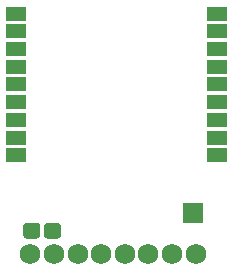
<source format=gbs>
%TF.GenerationSoftware,KiCad,Pcbnew,(5.1.5)-3*%
%TF.CreationDate,2020-01-27T22:23:04+01:00*%
%TF.ProjectId,HM-LC-Sw1-Pl-DN-R1_OBII,484d2d4c-432d-4537-9731-2d506c2d444e,rev?*%
%TF.SameCoordinates,Original*%
%TF.FileFunction,Soldermask,Bot*%
%TF.FilePolarity,Negative*%
%FSLAX46Y46*%
G04 Gerber Fmt 4.6, Leading zero omitted, Abs format (unit mm)*
G04 Created by KiCad (PCBNEW (5.1.5)-3) date 2020-01-27 22:23:04*
%MOMM*%
%LPD*%
G04 APERTURE LIST*
%ADD10R,1.750000X1.750000*%
%ADD11C,1.750000*%
%ADD12C,0.150000*%
%ADD13R,1.700000X1.300000*%
G04 APERTURE END LIST*
D10*
X155500000Y-97750000D03*
D11*
X155700000Y-101250000D03*
X141700000Y-101250000D03*
X143700000Y-101250000D03*
X145700000Y-101250000D03*
X147700000Y-101250000D03*
X149700000Y-101250000D03*
X151700000Y-101250000D03*
X153700000Y-101250000D03*
D12*
G36*
X142245581Y-98576625D02*
G01*
X142278343Y-98581485D01*
X142310471Y-98589533D01*
X142341656Y-98600691D01*
X142371596Y-98614852D01*
X142400005Y-98631879D01*
X142426608Y-98651609D01*
X142451149Y-98673851D01*
X142473391Y-98698392D01*
X142493121Y-98724995D01*
X142510148Y-98753404D01*
X142524309Y-98783344D01*
X142535467Y-98814529D01*
X142543515Y-98846657D01*
X142548375Y-98879419D01*
X142550000Y-98912500D01*
X142550000Y-99587500D01*
X142548375Y-99620581D01*
X142543515Y-99653343D01*
X142535467Y-99685471D01*
X142524309Y-99716656D01*
X142510148Y-99746596D01*
X142493121Y-99775005D01*
X142473391Y-99801608D01*
X142451149Y-99826149D01*
X142426608Y-99848391D01*
X142400005Y-99868121D01*
X142371596Y-99885148D01*
X142341656Y-99899309D01*
X142310471Y-99910467D01*
X142278343Y-99918515D01*
X142245581Y-99923375D01*
X142212500Y-99925000D01*
X141437500Y-99925000D01*
X141404419Y-99923375D01*
X141371657Y-99918515D01*
X141339529Y-99910467D01*
X141308344Y-99899309D01*
X141278404Y-99885148D01*
X141249995Y-99868121D01*
X141223392Y-99848391D01*
X141198851Y-99826149D01*
X141176609Y-99801608D01*
X141156879Y-99775005D01*
X141139852Y-99746596D01*
X141125691Y-99716656D01*
X141114533Y-99685471D01*
X141106485Y-99653343D01*
X141101625Y-99620581D01*
X141100000Y-99587500D01*
X141100000Y-98912500D01*
X141101625Y-98879419D01*
X141106485Y-98846657D01*
X141114533Y-98814529D01*
X141125691Y-98783344D01*
X141139852Y-98753404D01*
X141156879Y-98724995D01*
X141176609Y-98698392D01*
X141198851Y-98673851D01*
X141223392Y-98651609D01*
X141249995Y-98631879D01*
X141278404Y-98614852D01*
X141308344Y-98600691D01*
X141339529Y-98589533D01*
X141371657Y-98581485D01*
X141404419Y-98576625D01*
X141437500Y-98575000D01*
X142212500Y-98575000D01*
X142245581Y-98576625D01*
G37*
G36*
X143995581Y-98576625D02*
G01*
X144028343Y-98581485D01*
X144060471Y-98589533D01*
X144091656Y-98600691D01*
X144121596Y-98614852D01*
X144150005Y-98631879D01*
X144176608Y-98651609D01*
X144201149Y-98673851D01*
X144223391Y-98698392D01*
X144243121Y-98724995D01*
X144260148Y-98753404D01*
X144274309Y-98783344D01*
X144285467Y-98814529D01*
X144293515Y-98846657D01*
X144298375Y-98879419D01*
X144300000Y-98912500D01*
X144300000Y-99587500D01*
X144298375Y-99620581D01*
X144293515Y-99653343D01*
X144285467Y-99685471D01*
X144274309Y-99716656D01*
X144260148Y-99746596D01*
X144243121Y-99775005D01*
X144223391Y-99801608D01*
X144201149Y-99826149D01*
X144176608Y-99848391D01*
X144150005Y-99868121D01*
X144121596Y-99885148D01*
X144091656Y-99899309D01*
X144060471Y-99910467D01*
X144028343Y-99918515D01*
X143995581Y-99923375D01*
X143962500Y-99925000D01*
X143187500Y-99925000D01*
X143154419Y-99923375D01*
X143121657Y-99918515D01*
X143089529Y-99910467D01*
X143058344Y-99899309D01*
X143028404Y-99885148D01*
X142999995Y-99868121D01*
X142973392Y-99848391D01*
X142948851Y-99826149D01*
X142926609Y-99801608D01*
X142906879Y-99775005D01*
X142889852Y-99746596D01*
X142875691Y-99716656D01*
X142864533Y-99685471D01*
X142856485Y-99653343D01*
X142851625Y-99620581D01*
X142850000Y-99587500D01*
X142850000Y-98912500D01*
X142851625Y-98879419D01*
X142856485Y-98846657D01*
X142864533Y-98814529D01*
X142875691Y-98783344D01*
X142889852Y-98753404D01*
X142906879Y-98724995D01*
X142926609Y-98698392D01*
X142948851Y-98673851D01*
X142973392Y-98651609D01*
X142999995Y-98631879D01*
X143028404Y-98614852D01*
X143058344Y-98600691D01*
X143089529Y-98589533D01*
X143121657Y-98581485D01*
X143154419Y-98576625D01*
X143187500Y-98575000D01*
X143962500Y-98575000D01*
X143995581Y-98576625D01*
G37*
D13*
X157545000Y-92875000D03*
X157545000Y-91375000D03*
X157545000Y-89875000D03*
X157545000Y-88375000D03*
X157545000Y-86875000D03*
X157545000Y-85375000D03*
X157545000Y-83875000D03*
X157545000Y-82375000D03*
X157545000Y-80875000D03*
X140465000Y-92875000D03*
X140465000Y-91375000D03*
X140465000Y-89875000D03*
X140465000Y-88375000D03*
X140455000Y-86875000D03*
X140455000Y-85375000D03*
X140455000Y-83875000D03*
X140455000Y-82375000D03*
X140465000Y-80875000D03*
M02*

</source>
